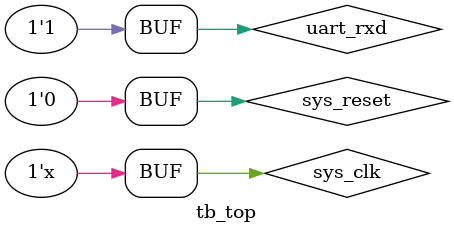
<source format=v>
`timescale 1ns / 1ps


module tb_top();

reg sys_clk;
reg sys_reset      = 1'b0;

initial sys_clk = 1'b0;

always @(sys_clk) #10 sys_clk <= !sys_clk;

initial #400 sys_reset = 1'b1;
initial #16000 sys_reset = 1'b0;

wire [9:0] gpio_led_tri_o;
wire [0:0] gpio_trig_tri_o;

reg         uart_rxd = 1'b1;
wire        uart_txd;

system_top_wrapper_wrapper i_dut(
.sys_clk(sys_clk),
.gpio_led_tri_o(gpio_led_tri_o),
.gpio_trig_tri_o(gpio_trig_tri_o),
.sys_reset(sys_reset),
.uart_rxd(uart_rxd),
.uart_txd(uart_txd)
);

endmodule

</source>
